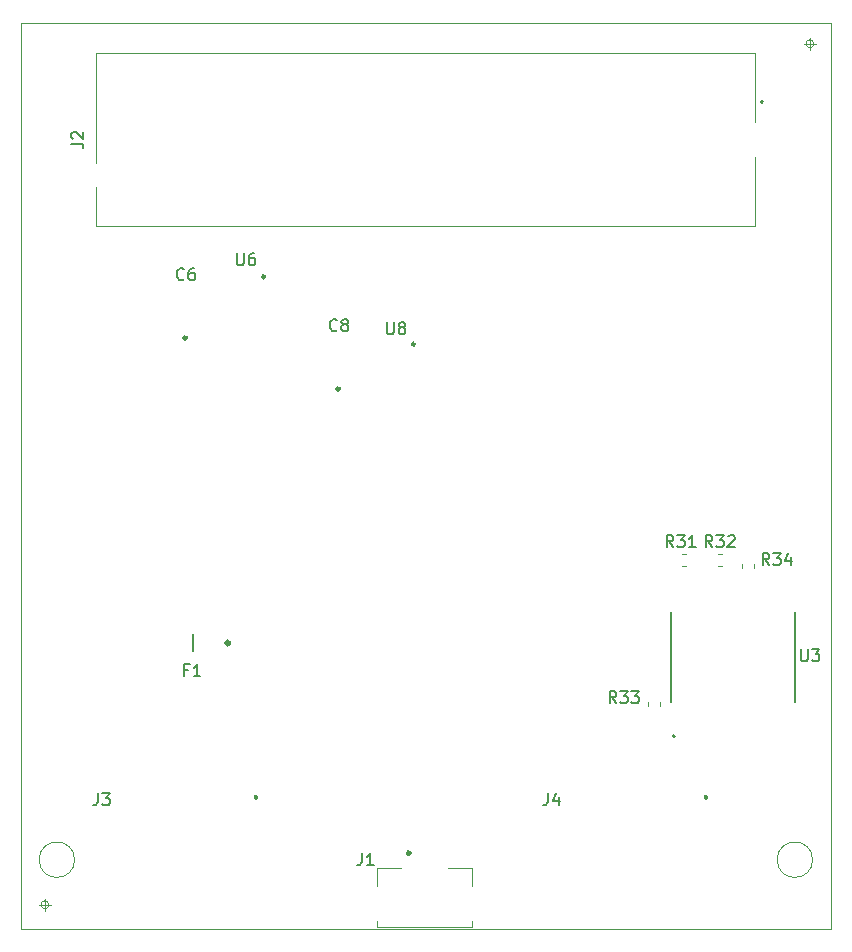
<source format=gto>
%TF.GenerationSoftware,KiCad,Pcbnew,(5.1.5-0-10_14)*%
%TF.CreationDate,2020-01-10T14:35:19+01:00*%
%TF.ProjectId,adapter_hybrid_assister,61646170-7465-4725-9f68-79627269645f,rev?*%
%TF.SameCoordinates,PX6312cb0PY8accb70*%
%TF.FileFunction,Legend,Top*%
%TF.FilePolarity,Positive*%
%FSLAX45Y45*%
G04 Gerber Fmt 4.5, Leading zero omitted, Abs format (unit mm)*
G04 Created by KiCad (PCBNEW (5.1.5-0-10_14)) date 2020-01-10 14:35:19*
%MOMM*%
%LPD*%
G04 APERTURE LIST*
%TA.AperFunction,Profile*%
%ADD10C,0.050000*%
%TD*%
%TA.AperFunction,Profile*%
%ADD11C,0.100000*%
%TD*%
%ADD12C,0.330000*%
%ADD13C,0.250000*%
%ADD14C,0.120000*%
%ADD15C,0.390000*%
%ADD16C,0.200000*%
%ADD17C,0.127000*%
%ADD18C,0.350000*%
%ADD19C,0.100000*%
%ADD20C,0.300000*%
%ADD21C,0.150000*%
G04 APERTURE END LIST*
D10*
X6713533Y7493000D02*
G75*
G03X6713533Y7493000I-33333J0D01*
G01*
X6630200Y7493000D02*
X6730200Y7493000D01*
X6680200Y7543000D02*
X6680200Y7443000D01*
X236533Y203200D02*
G75*
G03X236533Y203200I-33333J0D01*
G01*
X153200Y203200D02*
X253200Y203200D01*
X203200Y253200D02*
X203200Y153200D01*
X454800Y584200D02*
G75*
G03X454800Y584200I-150000J0D01*
G01*
X6703200Y584200D02*
G75*
G03X6703200Y584200I-150000J0D01*
G01*
X0Y0D02*
X0Y7670800D01*
X6858000Y7670800D02*
X6858000Y0D01*
D11*
X0Y7670800D02*
X6858000Y7670800D01*
X6858000Y0D02*
X0Y0D01*
D12*
%TO.C,C6*%
X1401000Y5002400D02*
G75*
G03X1401000Y5002400I-10000J0D01*
G01*
%TO.C,C8*%
X2696400Y4570600D02*
G75*
G03X2696400Y4570600I-10000J0D01*
G01*
D13*
%TO.C,U6*%
X2067500Y5520700D02*
G75*
G03X2067500Y5520700I-12500J0D01*
G01*
%TO.C,U8*%
X3337500Y4949200D02*
G75*
G03X3337500Y4949200I-12500J0D01*
G01*
D14*
%TO.C,R31*%
X5599672Y3073200D02*
X5632228Y3073200D01*
X5599672Y3175200D02*
X5632228Y3175200D01*
%TO.C,R32*%
X5937028Y3175200D02*
X5904472Y3175200D01*
X5937028Y3073200D02*
X5904472Y3073200D01*
%TO.C,R33*%
X5308400Y1920078D02*
X5308400Y1887522D01*
X5410400Y1920078D02*
X5410400Y1887522D01*
%TO.C,R34*%
X6108500Y3088478D02*
X6108500Y3055922D01*
X6210500Y3088478D02*
X6210500Y3055922D01*
D15*
%TO.C,F1*%
X1760500Y2418700D02*
G75*
G03X1760500Y2418700I-10000J0D01*
G01*
D16*
X1460500Y2353200D02*
X1460500Y2498200D01*
D17*
%TO.C,U3*%
X6557500Y1918700D02*
X6557500Y2678700D01*
X5507500Y1918700D02*
X5507500Y2678700D01*
D16*
X5538000Y1628700D02*
G75*
G03X5538000Y1628700I-10000J0D01*
G01*
D18*
%TO.C,J1*%
X3295600Y640600D02*
G75*
G03X3295600Y640600I-12000J0D01*
G01*
D19*
X3818600Y13600D02*
X3818600Y63600D01*
X3015600Y13600D02*
X3818600Y13600D01*
X3012600Y63600D02*
X3015600Y13600D01*
X3815600Y513600D02*
X3818600Y363600D01*
X3615600Y513600D02*
X3815600Y513600D01*
X3012600Y513600D02*
X3215600Y513600D01*
X3012600Y363600D02*
X3012600Y513600D01*
D16*
%TO.C,J2*%
X6273400Y7010200D02*
G75*
G02X6273400Y6990200I0J-10000D01*
G01*
X6273400Y6990200D02*
G75*
G02X6273400Y7010200I0J10000D01*
G01*
D19*
X6217900Y5946200D02*
X6217900Y6530200D01*
X639900Y5946200D02*
X6217900Y5946200D01*
X639900Y6280200D02*
X639900Y5946200D01*
X6217900Y7414200D02*
X6217900Y6830200D01*
X639900Y7414200D02*
X6217900Y7414200D01*
X639900Y6480200D02*
X639900Y7414200D01*
D16*
X6273400Y6990200D02*
X6273400Y6990200D01*
X6273400Y7010200D02*
X6273400Y7010200D01*
D20*
%TO.C,J4*%
X5798900Y1108800D02*
G75*
G02X5798900Y1118800I0J5000D01*
G01*
X5798900Y1118800D02*
G75*
G02X5798900Y1108800I0J-5000D01*
G01*
X5798900Y1118800D02*
X5798900Y1118800D01*
X5798900Y1108800D02*
X5798900Y1108800D01*
%TO.C,J3*%
X1988900Y1108800D02*
G75*
G02X1988900Y1118800I0J5000D01*
G01*
X1988900Y1118800D02*
G75*
G02X1988900Y1108800I0J-5000D01*
G01*
X1988900Y1118800D02*
X1988900Y1118800D01*
X1988900Y1108800D02*
X1988900Y1108800D01*
%TD*%
%TO.C,C6*%
D21*
X1380333Y5501486D02*
X1375571Y5496724D01*
X1361286Y5491962D01*
X1351762Y5491962D01*
X1337476Y5496724D01*
X1327952Y5506248D01*
X1323190Y5515772D01*
X1318429Y5534819D01*
X1318429Y5549105D01*
X1323190Y5568152D01*
X1327952Y5577676D01*
X1337476Y5587200D01*
X1351762Y5591962D01*
X1361286Y5591962D01*
X1375571Y5587200D01*
X1380333Y5582438D01*
X1466048Y5591962D02*
X1447000Y5591962D01*
X1437476Y5587200D01*
X1432714Y5582438D01*
X1423190Y5568152D01*
X1418428Y5549105D01*
X1418428Y5511010D01*
X1423190Y5501486D01*
X1427952Y5496724D01*
X1437476Y5491962D01*
X1456524Y5491962D01*
X1466048Y5496724D01*
X1470809Y5501486D01*
X1475571Y5511010D01*
X1475571Y5534819D01*
X1470809Y5544343D01*
X1466048Y5549105D01*
X1456524Y5553867D01*
X1437476Y5553867D01*
X1427952Y5549105D01*
X1423190Y5544343D01*
X1418428Y5534819D01*
%TO.C,C8*%
X2675733Y5069686D02*
X2670971Y5064924D01*
X2656686Y5060162D01*
X2647162Y5060162D01*
X2632876Y5064924D01*
X2623352Y5074448D01*
X2618590Y5083972D01*
X2613829Y5103019D01*
X2613829Y5117305D01*
X2618590Y5136352D01*
X2623352Y5145876D01*
X2632876Y5155400D01*
X2647162Y5160162D01*
X2656686Y5160162D01*
X2670971Y5155400D01*
X2675733Y5150638D01*
X2732876Y5117305D02*
X2723352Y5122067D01*
X2718590Y5126829D01*
X2713829Y5136352D01*
X2713829Y5141114D01*
X2718590Y5150638D01*
X2723352Y5155400D01*
X2732876Y5160162D01*
X2751924Y5160162D01*
X2761448Y5155400D01*
X2766210Y5150638D01*
X2770971Y5141114D01*
X2770971Y5136352D01*
X2766210Y5126829D01*
X2761448Y5122067D01*
X2751924Y5117305D01*
X2732876Y5117305D01*
X2723352Y5112543D01*
X2718590Y5107781D01*
X2713829Y5098257D01*
X2713829Y5079210D01*
X2718590Y5069686D01*
X2723352Y5064924D01*
X2732876Y5060162D01*
X2751924Y5060162D01*
X2761448Y5064924D01*
X2766210Y5069686D01*
X2770971Y5079210D01*
X2770971Y5098257D01*
X2766210Y5107781D01*
X2761448Y5112543D01*
X2751924Y5117305D01*
%TO.C,U6*%
X1828809Y5718962D02*
X1828809Y5638010D01*
X1833571Y5628486D01*
X1838333Y5623724D01*
X1847857Y5618962D01*
X1866905Y5618962D01*
X1876428Y5623724D01*
X1881190Y5628486D01*
X1885952Y5638010D01*
X1885952Y5718962D01*
X1976428Y5718962D02*
X1957381Y5718962D01*
X1947857Y5714200D01*
X1943095Y5709438D01*
X1933571Y5695152D01*
X1928809Y5676105D01*
X1928809Y5638010D01*
X1933571Y5628486D01*
X1938333Y5623724D01*
X1947857Y5618962D01*
X1966905Y5618962D01*
X1976428Y5623724D01*
X1981190Y5628486D01*
X1985952Y5638010D01*
X1985952Y5661819D01*
X1981190Y5671343D01*
X1976428Y5676105D01*
X1966905Y5680867D01*
X1947857Y5680867D01*
X1938333Y5676105D01*
X1933571Y5671343D01*
X1928809Y5661819D01*
%TO.C,U8*%
X3098809Y5134762D02*
X3098809Y5053810D01*
X3103571Y5044286D01*
X3108333Y5039524D01*
X3117857Y5034762D01*
X3136905Y5034762D01*
X3146428Y5039524D01*
X3151190Y5044286D01*
X3155952Y5053810D01*
X3155952Y5134762D01*
X3217857Y5091905D02*
X3208333Y5096667D01*
X3203571Y5101429D01*
X3198809Y5110952D01*
X3198809Y5115714D01*
X3203571Y5125238D01*
X3208333Y5130000D01*
X3217857Y5134762D01*
X3236905Y5134762D01*
X3246428Y5130000D01*
X3251190Y5125238D01*
X3255952Y5115714D01*
X3255952Y5110952D01*
X3251190Y5101429D01*
X3246428Y5096667D01*
X3236905Y5091905D01*
X3217857Y5091905D01*
X3208333Y5087143D01*
X3203571Y5082381D01*
X3198809Y5072857D01*
X3198809Y5053810D01*
X3203571Y5044286D01*
X3208333Y5039524D01*
X3217857Y5034762D01*
X3236905Y5034762D01*
X3246428Y5039524D01*
X3251190Y5044286D01*
X3255952Y5053810D01*
X3255952Y5072857D01*
X3251190Y5082381D01*
X3246428Y5087143D01*
X3236905Y5091905D01*
%TO.C,R31*%
X5523714Y3231362D02*
X5490381Y3278981D01*
X5466571Y3231362D02*
X5466571Y3331362D01*
X5504667Y3331362D01*
X5514190Y3326600D01*
X5518952Y3321838D01*
X5523714Y3312314D01*
X5523714Y3298029D01*
X5518952Y3288505D01*
X5514190Y3283743D01*
X5504667Y3278981D01*
X5466571Y3278981D01*
X5557048Y3331362D02*
X5618952Y3331362D01*
X5585619Y3293267D01*
X5599905Y3293267D01*
X5609428Y3288505D01*
X5614190Y3283743D01*
X5618952Y3274219D01*
X5618952Y3250410D01*
X5614190Y3240886D01*
X5609428Y3236124D01*
X5599905Y3231362D01*
X5571333Y3231362D01*
X5561810Y3236124D01*
X5557048Y3240886D01*
X5714190Y3231362D02*
X5657048Y3231362D01*
X5685619Y3231362D02*
X5685619Y3331362D01*
X5676095Y3317076D01*
X5666571Y3307552D01*
X5657048Y3302790D01*
%TO.C,R32*%
X5853914Y3231362D02*
X5820581Y3278981D01*
X5796771Y3231362D02*
X5796771Y3331362D01*
X5834867Y3331362D01*
X5844390Y3326600D01*
X5849152Y3321838D01*
X5853914Y3312314D01*
X5853914Y3298029D01*
X5849152Y3288505D01*
X5844390Y3283743D01*
X5834867Y3278981D01*
X5796771Y3278981D01*
X5887248Y3331362D02*
X5949152Y3331362D01*
X5915819Y3293267D01*
X5930105Y3293267D01*
X5939628Y3288505D01*
X5944390Y3283743D01*
X5949152Y3274219D01*
X5949152Y3250410D01*
X5944390Y3240886D01*
X5939628Y3236124D01*
X5930105Y3231362D01*
X5901533Y3231362D01*
X5892009Y3236124D01*
X5887248Y3240886D01*
X5987248Y3321838D02*
X5992009Y3326600D01*
X6001533Y3331362D01*
X6025343Y3331362D01*
X6034867Y3326600D01*
X6039628Y3321838D01*
X6044390Y3312314D01*
X6044390Y3302790D01*
X6039628Y3288505D01*
X5982486Y3231362D01*
X6044390Y3231362D01*
%TO.C,R33*%
X5041114Y1910562D02*
X5007781Y1958181D01*
X4983971Y1910562D02*
X4983971Y2010562D01*
X5022067Y2010562D01*
X5031590Y2005800D01*
X5036352Y2001038D01*
X5041114Y1991514D01*
X5041114Y1977229D01*
X5036352Y1967705D01*
X5031590Y1962943D01*
X5022067Y1958181D01*
X4983971Y1958181D01*
X5074448Y2010562D02*
X5136352Y2010562D01*
X5103019Y1972467D01*
X5117305Y1972467D01*
X5126829Y1967705D01*
X5131590Y1962943D01*
X5136352Y1953419D01*
X5136352Y1929610D01*
X5131590Y1920086D01*
X5126829Y1915324D01*
X5117305Y1910562D01*
X5088733Y1910562D01*
X5079210Y1915324D01*
X5074448Y1920086D01*
X5169686Y2010562D02*
X5231590Y2010562D01*
X5198257Y1972467D01*
X5212543Y1972467D01*
X5222067Y1967705D01*
X5226829Y1962943D01*
X5231590Y1953419D01*
X5231590Y1929610D01*
X5226829Y1920086D01*
X5222067Y1915324D01*
X5212543Y1910562D01*
X5183971Y1910562D01*
X5174448Y1915324D01*
X5169686Y1920086D01*
%TO.C,R34*%
X6336514Y3078962D02*
X6303181Y3126581D01*
X6279371Y3078962D02*
X6279371Y3178962D01*
X6317467Y3178962D01*
X6326990Y3174200D01*
X6331752Y3169438D01*
X6336514Y3159914D01*
X6336514Y3145629D01*
X6331752Y3136105D01*
X6326990Y3131343D01*
X6317467Y3126581D01*
X6279371Y3126581D01*
X6369848Y3178962D02*
X6431752Y3178962D01*
X6398419Y3140867D01*
X6412705Y3140867D01*
X6422228Y3136105D01*
X6426990Y3131343D01*
X6431752Y3121819D01*
X6431752Y3098010D01*
X6426990Y3088486D01*
X6422228Y3083724D01*
X6412705Y3078962D01*
X6384133Y3078962D01*
X6374609Y3083724D01*
X6369848Y3088486D01*
X6517467Y3145629D02*
X6517467Y3078962D01*
X6493657Y3183724D02*
X6469848Y3112295D01*
X6531752Y3112295D01*
%TO.C,F1*%
X1414467Y2191543D02*
X1381133Y2191543D01*
X1381133Y2139162D02*
X1381133Y2239162D01*
X1428752Y2239162D01*
X1519228Y2139162D02*
X1462086Y2139162D01*
X1490657Y2139162D02*
X1490657Y2239162D01*
X1481133Y2224876D01*
X1471609Y2215352D01*
X1462086Y2210591D01*
%TO.C,U3*%
X6604009Y2366162D02*
X6604009Y2285210D01*
X6608771Y2275686D01*
X6613533Y2270924D01*
X6623057Y2266162D01*
X6642105Y2266162D01*
X6651628Y2270924D01*
X6656390Y2275686D01*
X6661152Y2285210D01*
X6661152Y2366162D01*
X6699248Y2366162D02*
X6761152Y2366162D01*
X6727819Y2328067D01*
X6742105Y2328067D01*
X6751628Y2323305D01*
X6756390Y2318543D01*
X6761152Y2309019D01*
X6761152Y2285210D01*
X6756390Y2275686D01*
X6751628Y2270924D01*
X6742105Y2266162D01*
X6713533Y2266162D01*
X6704009Y2270924D01*
X6699248Y2275686D01*
%TO.C,J1*%
X2887667Y638962D02*
X2887667Y567533D01*
X2882905Y553248D01*
X2873381Y543724D01*
X2859095Y538962D01*
X2849571Y538962D01*
X2987667Y538962D02*
X2930524Y538962D01*
X2959095Y538962D02*
X2959095Y638962D01*
X2949571Y624676D01*
X2940048Y615152D01*
X2930524Y610391D01*
%TO.C,J2*%
X427838Y6646867D02*
X499267Y6646867D01*
X513552Y6642105D01*
X523076Y6632581D01*
X527838Y6618295D01*
X527838Y6608771D01*
X437362Y6689724D02*
X432600Y6694486D01*
X427838Y6704010D01*
X427838Y6727819D01*
X432600Y6737343D01*
X437362Y6742105D01*
X446886Y6746867D01*
X456409Y6746867D01*
X470695Y6742105D01*
X527838Y6684962D01*
X527838Y6746867D01*
%TO.C,J4*%
X4462467Y1146962D02*
X4462467Y1075533D01*
X4457705Y1061248D01*
X4448181Y1051724D01*
X4433895Y1046962D01*
X4424371Y1046962D01*
X4552943Y1113629D02*
X4552943Y1046962D01*
X4529133Y1151724D02*
X4505324Y1080295D01*
X4567229Y1080295D01*
%TO.C,J3*%
X652467Y1146962D02*
X652467Y1075533D01*
X647705Y1061248D01*
X638181Y1051724D01*
X623895Y1046962D01*
X614371Y1046962D01*
X690562Y1146962D02*
X752467Y1146962D01*
X719133Y1108867D01*
X733419Y1108867D01*
X742943Y1104105D01*
X747705Y1099343D01*
X752467Y1089819D01*
X752467Y1066010D01*
X747705Y1056486D01*
X742943Y1051724D01*
X733419Y1046962D01*
X704848Y1046962D01*
X695324Y1051724D01*
X690562Y1056486D01*
%TD*%
M02*

</source>
